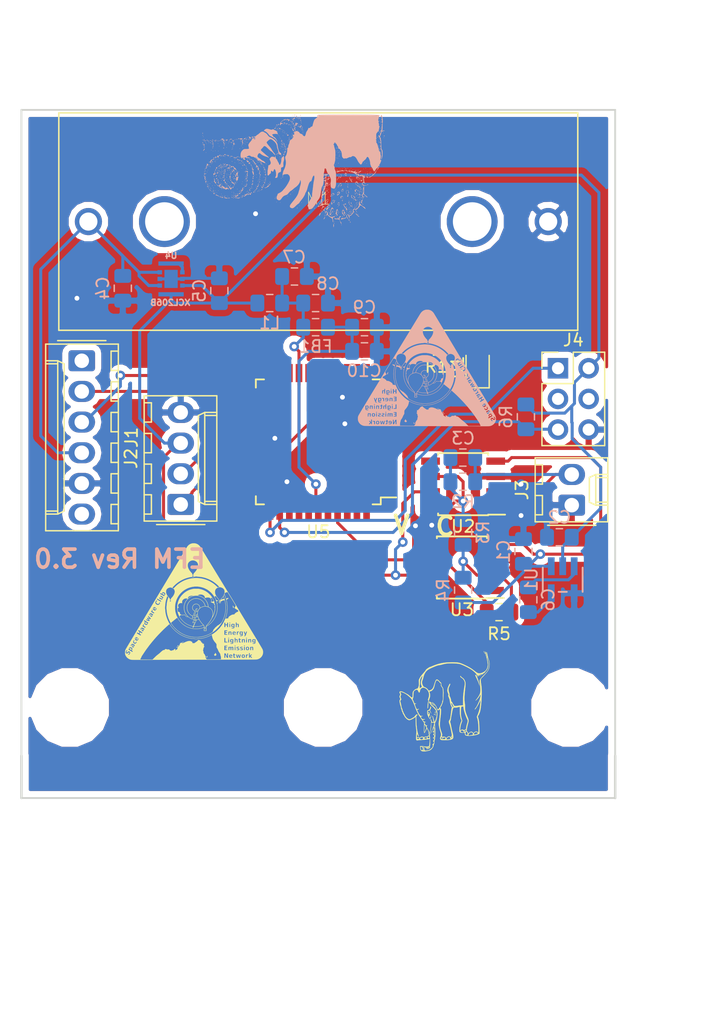
<source format=kicad_pcb>
(kicad_pcb (version 20171130) (host pcbnew 5.0.1)
  (layers (0 F.Cu signal) (31 B.Cu signal) (34 B.Paste user) (35 F.Paste user) (36 B.SilkS user) (37 F.SilkS user) (38 B.Mask user) (39 F.Mask user) (44 Edge.Cuts user))
  (net 0 "")
  (net 1 /-2.8V)
  (net 2 GND)
  (net 3 /+2.8V)
  (net 4 "Net-(C3-Pad1)")
  (net 5 /S1)
  (net 6 /BATT)
  (net 7 "Net-(C6-Pad1)")
  (net 8 "Net-(C6-Pad2)")
  (net 9 "Net-(C7-Pad1)")
  (net 10 "Net-(C10-Pad2)")
  (net 11 "Net-(D1-Pad2)")
  (net 12 "Net-(J1-Pad1)")
  (net 13 /TXD)
  (net 14 /RXD)
  (net 15 "Net-(J1-Pad6)")
  (net 16 /SCLE)
  (net 17 /SDAD)
  (net 18 /PDI-DATA)
  (net 19 "Net-(J4-Pad3)")
  (net 20 "Net-(J4-Pad4)")
  (net 21 /PDI-CLK)
  (net 22 /LED)
  (net 23 "Net-(R3-Pad1)")
  (net 24 /VOUT)
  (net 25 "Net-(U2-Pad1)")
  (net 26 "Net-(U2-Pad5)")
  (net 27 "Net-(U2-Pad8)")
  (net 28 "Net-(U3-Pad8)")
  (net 29 "Net-(U3-Pad5)")
  (net 30 "Net-(U3-Pad1)")
  (net 31 "Net-(U4-Pad1)")
  (net 32 "Net-(U5-Pad1)")
  (net 33 "Net-(U5-Pad2)")
  (net 34 "Net-(U5-Pad3)")
  (net 35 "Net-(U5-Pad4)")
  (net 36 "Net-(U5-Pad5)")
  (net 37 "Net-(U5-Pad6)")
  (net 38 "Net-(U5-Pad7)")
  (net 39 "Net-(U5-Pad11)")
  (net 40 "Net-(U5-Pad12)")
  (net 41 "Net-(U5-Pad13)")
  (net 42 "Net-(U5-Pad14)")
  (net 43 "Net-(U5-Pad15)")
  (net 44 "Net-(U5-Pad16)")
  (net 45 "Net-(U5-Pad17)")
  (net 46 "Net-(U5-Pad20)")
  (net 47 "Net-(U5-Pad21)")
  (net 48 "Net-(U5-Pad24)")
  (net 49 "Net-(U5-Pad25)")
  (net 50 "Net-(U5-Pad26)")
  (net 51 "Net-(U5-Pad27)")
  (net 52 "Net-(U5-Pad32)")
  (net 53 "Net-(U5-Pad33)")
  (net 54 "Net-(U5-Pad36)")
  (net 55 "Net-(U5-Pad37)")
  (net 56 "Net-(U5-Pad40)")
  (net 57 "Net-(U5-Pad42)")
  (net 58 "Net-(U5-Pad43)")
  (net 59 "Net-(U5-Pad44)")
  (module MountingHole:MountingHole_5.5mm (layer F.Cu) (at 240.5 82.5)
    (fp_text reference REF** hide)
    (fp_text value MountingHole_5.5mm)
    (pad "" np_thru_hole circle (at 0 0) (size 5.5 5.5) (drill 5.5) (layers *.Cu *.Mask))
  )
  (module MountingHole:MountingHole_5.5mm (layer F.Cu) (at 220 82.5)
    (fp_text reference REF** hide)
    (fp_text value MountingHole_5.5mm)
    (pad 1 np_thru_hole circle (at 0 0) (size 5.5 5.5) (drill 5.5) (layers *.Cu *.Mask))
  )
  (module MountingHole:MountingHole_5.5mm (layer F.Cu) (at 199 82.5)
    (fp_text reference REF** hide)
    (fp_text value MountingHole_5.5mm)
    (pad 1 np_thru_hole circle (at 0 0) (size 5.5 5.5) (drill 5.5) (layers *.Cu *.Mask))
  )
  (module Capacitor_SMD:C_0805_2012Metric_Pad1.15x1.40mm_HandSolder (layer B.Cu) (at 236.6 69.575 270)
    (fp_text reference C1 (at 0 1.65 270) (layer B.SilkS) (effects (justify mirror)))
    (fp_text value 1u)
    (pad 2 smd roundrect (at 1.025 0 270) (size 1.15 1.4) (layers B.Cu B.Paste B.Mask) (roundrect_rratio 0.217391) (net 1 /-2.8V))
    (pad 1 smd roundrect (at -1.025 0 270) (size 1.15 1.4) (layers B.Cu B.Paste B.Mask) (roundrect_rratio 0.217391) (net 2 GND))
  )
  (module Capacitor_SMD:C_0805_2012Metric_Pad1.15x1.40mm_HandSolder (layer B.Cu) (at 239.575 68.4 180)
    (fp_text reference C2 (at 0 1.65 180) (layer B.SilkS) (effects (justify mirror)))
    (fp_text value 1u)
    (pad 1 smd roundrect (at -1.025 0 180) (size 1.15 1.4) (layers B.Cu B.Paste B.Mask) (roundrect_rratio 0.217391) (net 3 /+2.8V))
    (pad 2 smd roundrect (at 1.025 0 180) (size 1.15 1.4) (layers B.Cu B.Paste B.Mask) (roundrect_rratio 0.217391) (net 2 GND))
  )
  (module Capacitor_SMD:C_0805_2012Metric_Pad1.15x1.40mm_HandSolder (layer B.Cu) (at 231.575 61.8)
    (fp_text reference C3 (at 0.025 -1.6) (layer B.SilkS) (effects (justify mirror)))
    (fp_text value 1u)
    (pad 1 smd roundrect (at -1.025 0) (size 1.15 1.4) (layers B.Cu B.Paste B.Mask) (roundrect_rratio 0.217391) (net 4 "Net-(C3-Pad1)"))
    (pad 2 smd roundrect (at 1.025 0) (size 1.15 1.4) (layers B.Cu B.Paste B.Mask) (roundrect_rratio 0.217391) (net 5 /S1))
  )
  (module Capacitor_SMD:C_0805_2012Metric_Pad1.15x1.40mm_HandSolder (layer B.Cu) (at 203.4 47.775 270)
    (fp_text reference C4 (at 0 1.65 270) (layer B.SilkS) (effects (justify mirror)))
    (fp_text value 4.7u)
    (pad 1 smd roundrect (at -1.025 0 270) (size 1.15 1.4) (layers B.Cu B.Paste B.Mask) (roundrect_rratio 0.217391) (net 6 /BATT))
    (pad 2 smd roundrect (at 1.025 0 270) (size 1.15 1.4) (layers B.Cu B.Paste B.Mask) (roundrect_rratio 0.217391) (net 2 GND))
  )
  (module Capacitor_SMD:C_0805_2012Metric_Pad1.15x1.40mm_HandSolder (layer B.Cu) (at 211.4 47.975 270)
    (fp_text reference C5 (at 0 1.65 270) (layer B.SilkS) (effects (justify mirror)))
    (fp_text value 10u)
    (pad 2 smd roundrect (at 1.025 0 270) (size 1.15 1.4) (layers B.Cu B.Paste B.Mask) (roundrect_rratio 0.217391) (net 3 /+2.8V))
    (pad 1 smd roundrect (at -1.025 0 270) (size 1.15 1.4) (layers B.Cu B.Paste B.Mask) (roundrect_rratio 0.217391) (net 2 GND))
  )
  (module Capacitor_SMD:C_0805_2012Metric_Pad1.15x1.40mm_HandSolder (layer B.Cu) (at 237 73.575 90)
    (fp_text reference C6 (at 0 1.65 90) (layer B.SilkS) (effects (justify mirror)))
    (fp_text value 1u)
    (pad 1 smd roundrect (at -1.025 0 90) (size 1.15 1.4) (layers B.Cu B.Paste B.Mask) (roundrect_rratio 0.217391) (net 7 "Net-(C6-Pad1)"))
    (pad 2 smd roundrect (at 1.025 0 90) (size 1.15 1.4) (layers B.Cu B.Paste B.Mask) (roundrect_rratio 0.217391) (net 8 "Net-(C6-Pad2)"))
  )
  (module Capacitor_SMD:C_0805_2012Metric_Pad1.15x1.40mm_HandSolder (layer B.Cu) (at 217.625 46.8)
    (fp_text reference C7 (at -0.025 -1.6) (layer B.SilkS) (effects (justify mirror)))
    (fp_text value 10u)
    (pad 2 smd roundrect (at 1.025 0) (size 1.15 1.4) (layers B.Cu B.Paste B.Mask) (roundrect_rratio 0.217391) (net 2 GND))
    (pad 1 smd roundrect (at -1.025 0) (size 1.15 1.4) (layers B.Cu B.Paste B.Mask) (roundrect_rratio 0.217391) (net 9 "Net-(C7-Pad1)"))
  )
  (module Capacitor_SMD:C_0805_2012Metric_Pad1.15x1.40mm_HandSolder (layer B.Cu) (at 219.375 49)
    (fp_text reference C8 (at 1.025 -1.6) (layer B.SilkS) (effects (justify mirror)))
    (fp_text value 0.1u)
    (pad 2 smd roundrect (at 1.025 0) (size 1.15 1.4) (layers B.Cu B.Paste B.Mask) (roundrect_rratio 0.217391) (net 2 GND))
    (pad 1 smd roundrect (at -1.025 0) (size 1.15 1.4) (layers B.Cu B.Paste B.Mask) (roundrect_rratio 0.217391) (net 9 "Net-(C7-Pad1)"))
  )
  (module Capacitor_SMD:C_0805_2012Metric_Pad1.15x1.40mm_HandSolder (layer B.Cu) (at 223.425 51 180)
    (fp_text reference C9 (at 0 1.65 180) (layer B.SilkS) (effects (justify mirror)))
    (fp_text value 10u)
    (pad 1 smd roundrect (at -1.025 0 180) (size 1.15 1.4) (layers B.Cu B.Paste B.Mask) (roundrect_rratio 0.217391) (net 2 GND))
    (pad 2 smd roundrect (at 1.025 0 180) (size 1.15 1.4) (layers B.Cu B.Paste B.Mask) (roundrect_rratio 0.217391) (net 10 "Net-(C10-Pad2)"))
  )
  (module Capacitor_SMD:C_0805_2012Metric_Pad1.15x1.40mm_HandSolder (layer B.Cu) (at 223.425 53 180)
    (fp_text reference C10 (at 0.025 -1.6 180) (layer B.SilkS) (effects (justify mirror)))
    (fp_text value 0.1u)
    (pad 2 smd roundrect (at 1.025 0 180) (size 1.15 1.4) (layers B.Cu B.Paste B.Mask) (roundrect_rratio 0.217391) (net 10 "Net-(C10-Pad2)"))
    (pad 1 smd roundrect (at -1.025 0 180) (size 1.15 1.4) (layers B.Cu B.Paste B.Mask) (roundrect_rratio 0.217391) (net 2 GND))
  )
  (module LED_SMD:LED_0805_2012Metric (layer F.Cu) (at 232.8 54.3375 90)
    (fp_text reference D1 (at 0 -1.65 90) (layer F.SilkS))
    (fp_text value LED)
    (pad 1 smd roundrect (at -0.9375 0 90) (size 0.975 1.4) (layers F.Cu F.Paste F.Mask) (net 2 GND))
    (pad 2 smd roundrect (at 0.9375 0 90) (size 0.975 1.4) (layers F.Cu F.Paste F.Mask) (net 11 "Net-(D1-Pad2)"))
  )
  (module Inductor_SMD:L_0805_2012Metric_Pad1.15x1.40mm_HandSolder (layer B.Cu) (at 219.375 51 180)
    (fp_text reference FB1 (at 0 -1.6 180) (layer B.SilkS) (effects (justify mirror)))
    (fp_text value FB)
    (pad 1 smd roundrect (at -1.025 0 180) (size 1.15 1.4) (layers B.Cu B.Paste B.Mask) (roundrect_rratio 0.217391) (net 10 "Net-(C10-Pad2)"))
    (pad 2 smd roundrect (at 1.025 0 180) (size 1.15 1.4) (layers B.Cu B.Paste B.Mask) (roundrect_rratio 0.217391) (net 9 "Net-(C7-Pad1)"))
  )
  (module Connector_Molex:Molex_KK-254_AE-6410-06A_1x06_P2.54mm_Vertical (layer F.Cu) (at 200 53.78 270)
    (fp_text reference J1 (at 6.35 -4.12 270) (layer F.SilkS))
    (fp_text value Openlog)
    (pad 1 thru_hole roundrect (at 0 0 270) (size 1.74 2.2) (drill 1.2) (layers *.Cu *.Mask) (roundrect_rratio 0.143678) (net 12 "Net-(J1-Pad1)"))
    (pad 2 thru_hole oval (at 2.54 0 270) (size 1.74 2.2) (drill 1.2) (layers *.Cu *.Mask) (net 13 /TXD))
    (pad 3 thru_hole oval (at 5.08 0 270) (size 1.74 2.2) (drill 1.2) (layers *.Cu *.Mask) (net 14 /RXD))
    (pad 4 thru_hole oval (at 7.62 0 270) (size 1.74 2.2) (drill 1.2) (layers *.Cu *.Mask) (net 6 /BATT))
    (pad 5 thru_hole oval (at 10.16 0 270) (size 1.74 2.2) (drill 1.2) (layers *.Cu *.Mask) (net 2 GND))
    (pad 6 thru_hole oval (at 12.7 0 270) (size 1.74 2.2) (drill 1.2) (layers *.Cu *.Mask) (net 15 "Net-(J1-Pad6)"))
  )
  (module Connector_Molex:Molex_KK-254_AE-6410-04A_1x04_P2.54mm_Vertical (layer F.Cu) (at 208.2 65.68 90)
    (fp_text reference J2 (at 3.81 -4.12 90) (layer F.SilkS))
    (fp_text value IMU)
    (pad 1 thru_hole roundrect (at 0 0 90) (size 1.74 2.2) (drill 1.2) (layers *.Cu *.Mask) (roundrect_rratio 0.143678) (net 16 /SCLE))
    (pad 2 thru_hole oval (at 2.54 0 90) (size 1.74 2.2) (drill 1.2) (layers *.Cu *.Mask) (net 17 /SDAD))
    (pad 3 thru_hole oval (at 5.08 0 90) (size 1.74 2.2) (drill 1.2) (layers *.Cu *.Mask) (net 3 /+2.8V))
    (pad 4 thru_hole oval (at 7.62 0 90) (size 1.74 2.2) (drill 1.2) (layers *.Cu *.Mask) (net 2 GND))
  )
  (module Connector_Molex:Molex_KK-254_AE-6410-02A_1x02_P2.54mm_Vertical (layer F.Cu) (at 240.6 65.74 90)
    (fp_text reference J3 (at 1.27 -4.12 90) (layer F.SilkS))
    (fp_text value Spheres)
    (pad 1 thru_hole roundrect (at 0 0 90) (size 1.74 2.2) (drill 1.2) (layers *.Cu *.Mask) (roundrect_rratio 0.143678) (net 2 GND))
    (pad 2 thru_hole oval (at 2.54 0 90) (size 1.74 2.2) (drill 1.2) (layers *.Cu *.Mask) (net 5 /S1))
  )
  (module Inductor_SMD:L_0805_2012Metric_Pad1.15x1.40mm_HandSolder (layer B.Cu) (at 215.575 49)
    (fp_text reference L1 (at 0 1.65) (layer B.SilkS) (effects (justify mirror)))
    (fp_text value L_Small)
    (pad 2 smd roundrect (at 1.025 0) (size 1.15 1.4) (layers B.Cu B.Paste B.Mask) (roundrect_rratio 0.217391) (net 9 "Net-(C7-Pad1)"))
    (pad 1 smd roundrect (at -1.025 0) (size 1.15 1.4) (layers B.Cu B.Paste B.Mask) (roundrect_rratio 0.217391) (net 3 /+2.8V))
  )
  (module SHC_123_BATTERY_HOLDER:SHC_CR-123-A_HOLDER (layer F.Cu) (at 219.5992 42.25)
    (fp_text reference M1 (at 0 -1.905) (layer F.SilkS) (effects (font (thickness 0.05))))
    (fp_text value SHC_123_BATTERY_HOLDERCR-123-A hide)
    (pad + thru_hole circle (at -19.05 0) (size 2.25 2.25) (drill 1.5) (layers *.Cu *.Mask) (net 6 /BATT))
    (pad - thru_hole circle (at 19.05 0) (size 2.25 2.25) (drill 1.5) (layers *.Cu *.Mask) (net 2 GND))
    (pad P$4 thru_hole circle (at -12.7508 0) (size 4.216 4.216) (drill 3.2) (layers *.Cu *.Mask))
    (pad P$5 thru_hole circle (at 12.7508 0) (size 4.216 4.216) (drill 3.2) (layers *.Cu *.Mask))
  )
  (module Resistor_SMD:R_0805_2012Metric_Pad1.15x1.40mm_HandSolder (layer F.Cu) (at 229.4 52.6 180)
    (fp_text reference R1 (at 0 -1.65 180) (layer F.SilkS))
    (fp_text value 220)
    (pad 1 smd roundrect (at -1.025 0 180) (size 1.15 1.4) (layers F.Cu F.Paste F.Mask) (roundrect_rratio 0.217391) (net 11 "Net-(D1-Pad2)"))
    (pad 2 smd roundrect (at 1.025 0 180) (size 1.15 1.4) (layers F.Cu F.Paste F.Mask) (roundrect_rratio 0.217391) (net 22 /LED))
  )
  (module Resistor_SMD:R_0805_2012Metric_Pad1.15x1.40mm_HandSolder (layer B.Cu) (at 231.575 63.8)
    (fp_text reference R2 (at 0 1.65) (layer B.SilkS) (effects (justify mirror)))
    (fp_text value 1M)
    (pad 2 smd roundrect (at 1.025 0) (size 1.15 1.4) (layers B.Cu B.Paste B.Mask) (roundrect_rratio 0.217391) (net 5 /S1))
    (pad 1 smd roundrect (at -1.025 0) (size 1.15 1.4) (layers B.Cu B.Paste B.Mask) (roundrect_rratio 0.217391) (net 4 "Net-(C3-Pad1)"))
  )
  (module Resistor_SMD:R_0805_2012Metric_Pad1.15x1.40mm_HandSolder (layer B.Cu) (at 231.6 68 90)
    (fp_text reference R3 (at 0 1.65 90) (layer B.SilkS) (effects (justify mirror)))
    (fp_text value 1k)
    (pad 1 smd roundrect (at -1.025 0 90) (size 1.15 1.4) (layers B.Cu B.Paste B.Mask) (roundrect_rratio 0.217391) (net 23 "Net-(R3-Pad1)"))
    (pad 2 smd roundrect (at 1.025 0 90) (size 1.15 1.4) (layers B.Cu B.Paste B.Mask) (roundrect_rratio 0.217391) (net 4 "Net-(C3-Pad1)"))
  )
  (module Resistor_SMD:R_0805_2012Metric_Pad1.15x1.40mm_HandSolder (layer B.Cu) (at 231.6 72.775 270)
    (fp_text reference R4 (at 0 1.65 270) (layer B.SilkS) (effects (justify mirror)))
    (fp_text value 28k)
    (pad 2 smd roundrect (at 1.025 0 270) (size 1.15 1.4) (layers B.Cu B.Paste B.Mask) (roundrect_rratio 0.217391) (net 1 /-2.8V))
    (pad 1 smd roundrect (at -1.025 0 270) (size 1.15 1.4) (layers B.Cu B.Paste B.Mask) (roundrect_rratio 0.217391) (net 23 "Net-(R3-Pad1)"))
  )
  (module Resistor_SMD:R_0805_2012Metric_Pad1.15x1.40mm_HandSolder (layer F.Cu) (at 234.575 74.6)
    (fp_text reference R5 (at 0 1.8) (layer F.SilkS))
    (fp_text value 6k)
    (pad 1 smd roundrect (at -1.025 0) (size 1.15 1.4) (layers F.Cu F.Paste F.Mask) (roundrect_rratio 0.217391) (net 24 /VOUT))
    (pad 2 smd roundrect (at 1.025 0) (size 1.15 1.4) (layers F.Cu F.Paste F.Mask) (roundrect_rratio 0.217391) (net 23 "Net-(R3-Pad1)"))
  )
  (module Resistor_SMD:R_0805_2012Metric_Pad1.15x1.40mm_HandSolder (layer B.Cu) (at 236.8 58.425 270)
    (fp_text reference R6 (at 0 1.65 270) (layer B.SilkS) (effects (justify mirror)))
    (fp_text value 10k)
    (pad 2 smd roundrect (at 1.025 0 270) (size 1.15 1.4) (layers B.Cu B.Paste B.Mask) (roundrect_rratio 0.217391) (net 21 /PDI-CLK))
    (pad 1 smd roundrect (at -1.025 0 270) (size 1.15 1.4) (layers B.Cu B.Paste B.Mask) (roundrect_rratio 0.217391) (net 3 /+2.8V))
  )
  (module EFM_Libs:TPS60400DBVR (layer B.Cu) (at 239.849999 71.9176 270)
    (fp_text reference U1 (at 0 2.6 270) (layer B.SilkS) (effects (justify mirror)))
    (fp_text value TPS60400DBVR hide)
    (pad 1 smd rect (at -1.1176 0.950001 270) (size 1.4732 0.5588) (layers B.Cu B.Paste B.Mask) (net 1 /-2.8V))
    (pad 2 smd rect (at -1.1176 0 270) (size 1.4732 0.5588) (layers B.Cu B.Paste B.Mask) (net 3 /+2.8V))
    (pad 3 smd rect (at -1.1176 -0.950001 270) (size 1.4732 0.5588) (layers B.Cu B.Paste B.Mask) (net 8 "Net-(C6-Pad2)"))
    (pad 4 smd rect (at 1.1176 -0.950001 270) (size 1.4732 0.5588) (layers B.Cu B.Paste B.Mask) (net 2 GND))
    (pad 5 smd rect (at 1.1176 0.950001 270) (size 1.4732 0.5588) (layers B.Cu B.Paste B.Mask) (net 7 "Net-(C6-Pad1)"))
  )
  (module Package_SO:SOIC-8_3.9x4.9mm_P1.27mm (layer F.Cu) (at 231.6 64 180)
    (fp_text reference U2 (at 0 -3.5 180) (layer F.SilkS))
    (fp_text value LM741)
    (pad 1 smd rect (at -2.7 -1.905 180) (size 1.55 0.6) (layers F.Cu F.Paste F.Mask) (net 25 "Net-(U2-Pad1)"))
    (pad 2 smd rect (at -2.7 -0.635 180) (size 1.55 0.6) (layers F.Cu F.Paste F.Mask) (net 5 /S1))
    (pad 3 smd rect (at -2.7 0.635 180) (size 1.55 0.6) (layers F.Cu F.Paste F.Mask) (net 2 GND))
    (pad 4 smd rect (at -2.7 1.905 180) (size 1.55 0.6) (layers F.Cu F.Paste F.Mask) (net 1 /-2.8V))
    (pad 5 smd rect (at 2.7 1.905 180) (size 1.55 0.6) (layers F.Cu F.Paste F.Mask) (net 26 "Net-(U2-Pad5)"))
    (pad 6 smd rect (at 2.7 0.635 180) (size 1.55 0.6) (layers F.Cu F.Paste F.Mask) (net 4 "Net-(C3-Pad1)"))
    (pad 7 smd rect (at 2.7 -0.635 180) (size 1.55 0.6) (layers F.Cu F.Paste F.Mask) (net 3 /+2.8V))
    (pad 8 smd rect (at 2.7 -1.905 180) (size 1.55 0.6) (layers F.Cu F.Paste F.Mask) (net 27 "Net-(U2-Pad8)"))
  )
  (module Package_SO:SOIC-8_3.9x4.9mm_P1.27mm (layer F.Cu) (at 231.5 70.905 180)
    (fp_text reference U3 (at 0 -3.5 180) (layer F.SilkS))
    (fp_text value LM741)
    (pad 8 smd rect (at 2.7 -1.905 180) (size 1.55 0.6) (layers F.Cu F.Paste F.Mask) (net 28 "Net-(U3-Pad8)"))
    (pad 7 smd rect (at 2.7 -0.635 180) (size 1.55 0.6) (layers F.Cu F.Paste F.Mask) (net 3 /+2.8V))
    (pad 6 smd rect (at 2.7 0.635 180) (size 1.55 0.6) (layers F.Cu F.Paste F.Mask) (net 24 /VOUT))
    (pad 5 smd rect (at 2.7 1.905 180) (size 1.55 0.6) (layers F.Cu F.Paste F.Mask) (net 29 "Net-(U3-Pad5)"))
    (pad 4 smd rect (at -2.7 1.905 180) (size 1.55 0.6) (layers F.Cu F.Paste F.Mask) (net 1 /-2.8V))
    (pad 3 smd rect (at -2.7 0.635 180) (size 1.55 0.6) (layers F.Cu F.Paste F.Mask) (net 2 GND))
    (pad 2 smd rect (at -2.7 -0.635 180) (size 1.55 0.6) (layers F.Cu F.Paste F.Mask) (net 23 "Net-(R3-Pad1)"))
    (pad 1 smd rect (at -2.7 -1.905 180) (size 1.55 0.6) (layers F.Cu F.Paste F.Mask) (net 30 "Net-(U3-Pad1)"))
  )
  (module EFM_Libs:6-TDFN (layer B.Cu) (at 207.4 47 180)
    (fp_text reference U4 (at 0 1.9304 180) (layer B.SilkS) (effects (font (size 0.5 0.5) (thickness 0.125)) (justify mirror)))
    (fp_text value XCL206B (at 0.06 -1.96 180) (layer B.SilkS) (effects (font (size 0.5 0.5) (thickness 0.125)) (justify mirror)))
    (pad 2 smd rect (at 0 0 180) (size 1.1 1.5) (layers B.Cu B.Paste) (net 2 GND))
    (pad 4 smd rect (at 0.9375 -0.55 180) (size 0.375 0.35) (layers B.Cu B.Paste B.Mask) (net 6 /BATT))
    (pad 6 smd rect (at 0.9375 0.55 180) (size 0.375 0.35) (layers B.Cu B.Paste B.Mask) (net 6 /BATT))
    (pad 3 smd rect (at -0.9375 -0.55 180) (size 0.375 0.35) (layers B.Cu B.Paste B.Mask) (net 3 /+2.8V))
    (pad 1 smd rect (at -0.9375 0.55 180) (size 0.375 0.35) (layers B.Cu B.Paste B.Mask) (net 31 "Net-(U4-Pad1)"))
    (pad 2 smd rect (at -0.9375 0 180) (size 0.375 0.35) (layers B.Cu B.Paste B.Mask) (net 2 GND))
    (pad 5 smd rect (at 0.9375 0 180) (size 0.375 0.35) (layers B.Cu B.Paste B.Mask) (net 2 GND))
    (pad 7 smd rect (at 0 1.275 180) (size 2.1 0.35) (layers B.Cu B.Paste B.Mask) (net 31 "Net-(U4-Pad1)"))
    (pad 8 smd rect (at 0 -1.275 180) (size 2.1 0.35) (layers B.Cu B.Paste B.Mask) (net 3 /+2.8V))
  )
  (module Package_QFP:TQFP-44_10x10mm_P0.8mm (layer F.Cu) (at 219.6 60.5 180)
    (fp_text reference U5 (at 0 -7.45 180) (layer F.SilkS))
    (fp_text value ATxmega32A4U-AU)
    (pad 1 smd rect (at -5.7 -4 180) (size 1.5 0.55) (layers F.Cu F.Paste F.Mask) (net 32 "Net-(U5-Pad1)"))
    (pad 2 smd rect (at -5.7 -3.2 180) (size 1.5 0.55) (layers F.Cu F.Paste F.Mask) (net 33 "Net-(U5-Pad2)"))
    (pad 3 smd rect (at -5.7 -2.4 180) (size 1.5 0.55) (layers F.Cu F.Paste F.Mask) (net 34 "Net-(U5-Pad3)"))
    (pad 4 smd rect (at -5.7 -1.6 180) (size 1.5 0.55) (layers F.Cu F.Paste F.Mask) (net 35 "Net-(U5-Pad4)"))
    (pad 5 smd rect (at -5.7 -0.8 180) (size 1.5 0.55) (layers F.Cu F.Paste F.Mask) (net 36 "Net-(U5-Pad5)"))
    (pad 6 smd rect (at -5.7 0 180) (size 1.5 0.55) (layers F.Cu F.Paste F.Mask) (net 37 "Net-(U5-Pad6)"))
    (pad 7 smd rect (at -5.7 0.8 180) (size 1.5 0.55) (layers F.Cu F.Paste F.Mask) (net 38 "Net-(U5-Pad7)"))
    (pad 8 smd rect (at -5.7 1.6 180) (size 1.5 0.55) (layers F.Cu F.Paste F.Mask) (net 2 GND))
    (pad 9 smd rect (at -5.7 2.4 180) (size 1.5 0.55) (layers F.Cu F.Paste F.Mask) (net 9 "Net-(C7-Pad1)"))
    (pad 10 smd rect (at -5.7 3.2 180) (size 1.5 0.55) (layers F.Cu F.Paste F.Mask) (net 22 /LED))
    (pad 11 smd rect (at -5.7 4 180) (size 1.5 0.55) (layers F.Cu F.Paste F.Mask) (net 39 "Net-(U5-Pad11)"))
    (pad 12 smd rect (at -4 5.7 270) (size 1.5 0.55) (layers F.Cu F.Paste F.Mask) (net 40 "Net-(U5-Pad12)"))
    (pad 13 smd rect (at -3.2 5.7 270) (size 1.5 0.55) (layers F.Cu F.Paste F.Mask) (net 41 "Net-(U5-Pad13)"))
    (pad 14 smd rect (at -2.4 5.7 270) (size 1.5 0.55) (layers F.Cu F.Paste F.Mask) (net 42 "Net-(U5-Pad14)"))
    (pad 15 smd rect (at -1.6 5.7 270) (size 1.5 0.55) (layers F.Cu F.Paste F.Mask) (net 43 "Net-(U5-Pad15)"))
    (pad 16 smd rect (at -0.8 5.7 270) (size 1.5 0.55) (layers F.Cu F.Paste F.Mask) (net 44 "Net-(U5-Pad16)"))
    (pad 17 smd rect (at 0 5.7 270) (size 1.5 0.55) (layers F.Cu F.Paste F.Mask) (net 45 "Net-(U5-Pad17)"))
    (pad 18 smd rect (at 0.8 5.7 270) (size 1.5 0.55) (layers F.Cu F.Paste F.Mask) (net 2 GND))
    (pad 19 smd rect (at 1.6 5.7 270) (size 1.5 0.55) (layers F.Cu F.Paste F.Mask) (net 9 "Net-(C7-Pad1)"))
    (pad 20 smd rect (at 2.4 5.7 270) (size 1.5 0.55) (layers F.Cu F.Paste F.Mask) (net 46 "Net-(U5-Pad20)"))
    (pad 21 smd rect (at 3.2 5.7 270) (size 1.5 0.55) (layers F.Cu F.Paste F.Mask) (net 47 "Net-(U5-Pad21)"))
    (pad 22 smd rect (at 4 5.7 270) (size 1.5 0.55) (layers F.Cu F.Paste F.Mask) (net 14 /RXD))
    (pad 23 smd rect (at 5.7 4 180) (size 1.5 0.55) (layers F.Cu F.Paste F.Mask) (net 13 /TXD))
    (pad 24 smd rect (at 5.7 3.2 180) (size 1.5 0.55) (layers F.Cu F.Paste F.Mask) (net 48 "Net-(U5-Pad24)"))
    (pad 25 smd rect (at 5.7 2.4 180) (size 1.5 0.55) (layers F.Cu F.Paste F.Mask) (net 49 "Net-(U5-Pad25)"))
    (pad 26 smd rect (at 5.7 1.6 180) (size 1.5 0.55) (layers F.Cu F.Paste F.Mask) (net 50 "Net-(U5-Pad26)"))
    (pad 27 smd rect (at 5.7 0.8 180) (size 1.5 0.55) (layers F.Cu F.Paste F.Mask) (net 51 "Net-(U5-Pad27)"))
    (pad 28 smd rect (at 5.7 0 180) (size 1.5 0.55) (layers F.Cu F.Paste F.Mask) (net 17 /SDAD))
    (pad 29 smd rect (at 5.7 -0.8 180) (size 1.5 0.55) (layers F.Cu F.Paste F.Mask) (net 16 /SCLE))
    (pad 30 smd rect (at 5.7 -1.6 180) (size 1.5 0.55) (layers F.Cu F.Paste F.Mask) (net 2 GND))
    (pad 31 smd rect (at 5.7 -2.4 180) (size 1.5 0.55) (layers F.Cu F.Paste F.Mask) (net 9 "Net-(C7-Pad1)"))
    (pad 32 smd rect (at 5.7 -3.2 180) (size 1.5 0.55) (layers F.Cu F.Paste F.Mask) (net 52 "Net-(U5-Pad32)"))
    (pad 33 smd rect (at 5.7 -4 180) (size 1.5 0.55) (layers F.Cu F.Paste F.Mask) (net 53 "Net-(U5-Pad33)"))
    (pad 34 smd rect (at 4 -5.7 270) (size 1.5 0.55) (layers F.Cu F.Paste F.Mask) (net 18 /PDI-DATA))
    (pad 35 smd rect (at 3.2 -5.7 270) (size 1.5 0.55) (layers F.Cu F.Paste F.Mask) (net 21 /PDI-CLK))
    (pad 36 smd rect (at 2.4 -5.7 270) (size 1.5 0.55) (layers F.Cu F.Paste F.Mask) (net 54 "Net-(U5-Pad36)"))
    (pad 37 smd rect (at 1.6 -5.7 270) (size 1.5 0.55) (layers F.Cu F.Paste F.Mask) (net 55 "Net-(U5-Pad37)"))
    (pad 38 smd rect (at 0.8 -5.7 270) (size 1.5 0.55) (layers F.Cu F.Paste F.Mask) (net 2 GND))
    (pad 39 smd rect (at 0 -5.7 270) (size 1.5 0.55) (layers F.Cu F.Paste F.Mask) (net 10 "Net-(C10-Pad2)"))
    (pad 40 smd rect (at -0.8 -5.7 270) (size 1.5 0.55) (layers F.Cu F.Paste F.Mask) (net 56 "Net-(U5-Pad40)"))
    (pad 41 smd rect (at -1.6 -5.7 270) (size 1.5 0.55) (layers F.Cu F.Paste F.Mask) (net 24 /VOUT))
    (pad 42 smd rect (at -2.4 -5.7 270) (size 1.5 0.55) (layers F.Cu F.Paste F.Mask) (net 57 "Net-(U5-Pad42)"))
    (pad 43 smd rect (at -3.2 -5.7 270) (size 1.5 0.55) (layers F.Cu F.Paste F.Mask) (net 58 "Net-(U5-Pad43)"))
    (pad 44 smd rect (at -4 -5.7 270) (size 1.5 0.55) (layers F.Cu F.Paste F.Mask) (net 59 "Net-(U5-Pad44)"))
  )
  (module Connector_PinHeader_2.54mm:PinHeader_2x03_P2.54mm_Vertical (layer F.Cu) (at 239.46 54.4)
    (fp_text reference J4 (at 1.27 -2.33) (layer F.SilkS))
    (fp_text value AVR-PDI-6)
    (pad 1 thru_hole rect (at 0 0) (size 1.7 1.7) (drill 1) (layers *.Cu *.Mask) (net 18 /PDI-DATA))
    (pad 2 thru_hole oval (at 2.54 0) (size 1.7 1.7) (drill 1) (layers *.Cu *.Mask) (net 3 /+2.8V))
    (pad 3 thru_hole oval (at 0 2.54) (size 1.7 1.7) (drill 1) (layers *.Cu *.Mask) (net 19 "Net-(J4-Pad3)"))
    (pad 4 thru_hole oval (at 2.54 2.54) (size 1.7 1.7) (drill 1) (layers *.Cu *.Mask) (net 20 "Net-(J4-Pad4)"))
    (pad 5 thru_hole oval (at 0 5.08) (size 1.7 1.7) (drill 1) (layers *.Cu *.Mask) (net 21 /PDI-CLK))
    (pad 6 thru_hole oval (at 2.54 5.08) (size 1.7 1.7) (drill 1) (layers *.Cu *.Mask) (net 2 GND))
  )
  (module EFM_Libs:HELENlogo (layer F.Cu) (at 209.3 73.5)
    (fp_text reference G*** hide)
    (fp_text value LOGO hide)
  )
  (module EFM_Libs:Glow (layer F.Cu) (at 229.8 81.65)
    (fp_text reference G*** hide)
    (fp_text value LOGO hide)
  )
  (module EFM_Libs:mutilator (layer B.Cu) (at 217.55 38.1)
    (fp_text reference G*** hide)
    (fp_text value LOGO hide)
  )
  (module EFM_Libs:HELENlogo (layer B.Cu) (at 228.6 54.15 180)
    (fp_text reference G*** hide)
    (fp_text value LOGO hide)
  )
  (gr_text V (at 226.5 67.4) (layer F.SilkS) (effects (font (size 1.5 1.5) (thickness 0.3)) (justify mirror)))
  (gr_text C (at 230.1 67.35 180) (layer F.SilkS) (effects (font (size 1.5 1.5) (thickness 0.3)) (justify mirror)))
  (gr_text "EFM Rev 3.0" (at 203.15 70.2) (layer B.SilkS) (effects (font (size 1.5 1.5) (thickness 0.3)) (justify mirror)))
  (gr_line (start 244.2 86.5) (end 244.2 90) (layer Edge.Cuts) (width 0.2))
  (gr_line (start 195 86.5) (end 195 90) (layer Edge.Cuts) (width 0.2))
  (gr_line (start 195 86.5) (end 195 33) (layer Edge.Cuts) (width 0.15))
  (gr_line (start 244.2 90) (end 195 90) (layer Edge.Cuts) (width 0.15))
  (gr_line (start 244.2 33) (end 244.2 86.5) (layer Edge.Cuts) (width 0.15))
  (gr_line (start 195 33) (end 244.2 33) (layer Edge.Cuts) (width 0.15))
  (segment (start 236.8 70.8) (end 236.6 70.6) (width 0.25) (layer B.Cu) (net 1))
  (segment (start 238.899998 70.8) (end 236.8 70.8) (width 0.25) (layer B.Cu) (net 1))
  (via (at 238 69.8) (size 0.8) (drill 0.4) (layers F.Cu B.Cu) (net 1))
  (segment (start 236.6 70.6) (end 237.2 70.6) (width 0.25) (layer B.Cu) (net 1))
  (segment (start 237.2 70.6) (end 238 69.8) (width 0.25) (layer B.Cu) (net 1))
  (segment (start 238 69.8) (end 242.8 69.8) (width 0.25) (layer F.Cu) (net 1))
  (segment (start 242.8 69.8) (end 243 69.6) (width 0.25) (layer F.Cu) (net 1))
  (segment (start 243 69.6) (end 243 62.6) (width 0.25) (layer F.Cu) (net 1))
  (segment (start 235.325 62.095) (end 234.3 62.095) (width 0.25) (layer F.Cu) (net 1))
  (segment (start 236.634315 69) (end 235.225 69) (width 0.25) (layer F.Cu) (net 1))
  (segment (start 237.434315 69.8) (end 236.634315 69) (width 0.25) (layer F.Cu) (net 1))
  (segment (start 235.225 69) (end 234.2 69) (width 0.25) (layer F.Cu) (net 1))
  (segment (start 238 69.8) (end 237.434315 69.8) (width 0.25) (layer F.Cu) (net 1))
  (segment (start 234.075 73.8) (end 232.4 73.8) (width 0.25) (layer B.Cu) (net 1))
  (segment (start 232.4 73.8) (end 231.6 73.8) (width 0.25) (layer B.Cu) (net 1))
  (segment (start 236.6 71.275) (end 234.075 73.8) (width 0.25) (layer B.Cu) (net 1))
  (segment (start 236.6 70.6) (end 236.6 71.275) (width 0.25) (layer B.Cu) (net 1))
  (segment (start 235.62 61.8) (end 242.2 61.8) (width 0.25) (layer F.Cu) (net 1))
  (segment (start 242.2 61.8) (end 243 62.6) (width 0.25) (layer F.Cu) (net 1))
  (segment (start 235.325 62.095) (end 235.62 61.8) (width 0.25) (layer F.Cu) (net 1))
  (segment (start 206.4625 47) (end 207.4 47) (width 0.25) (layer B.Cu) (net 2))
  (segment (start 207.4 47) (end 208.3375 47) (width 0.25) (layer B.Cu) (net 2))
  (via (at 236.4 64) (size 0.8) (drill 0.4) (layers F.Cu B.Cu) (net 2))
  (segment (start 234.3 63.365) (end 235.765 63.365) (width 0.25) (layer F.Cu) (net 2))
  (segment (start 235.765 63.365) (end 236.4 64) (width 0.25) (layer F.Cu) (net 2))
  (via (at 199.6 48.6) (size 0.8) (drill 0.4) (layers F.Cu B.Cu) (net 2))
  (via (at 214.4 41.6) (size 0.8) (drill 0.4) (layers F.Cu B.Cu) (net 2))
  (via (at 236.4 66.6) (size 0.8) (drill 0.4) (layers F.Cu B.Cu) (net 2))
  (segment (start 219.8 56.8) (end 221.6 56.8) (width 0.25) (layer F.Cu) (net 2))
  (via (at 221.6 56.8) (size 0.8) (drill 0.4) (layers F.Cu B.Cu) (net 2))
  (segment (start 218.8 54.8) (end 218.8 55.8) (width 0.25) (layer F.Cu) (net 2))
  (segment (start 218.8 55.8) (end 219.8 56.8) (width 0.25) (layer F.Cu) (net 2))
  (via (at 221.8 59) (size 0.8) (drill 0.4) (layers F.Cu B.Cu) (net 2))
  (segment (start 221.6 56.8) (end 221.6 58.8) (width 0.25) (layer B.Cu) (net 2))
  (segment (start 221.6 58.8) (end 221.8 59) (width 0.25) (layer B.Cu) (net 2))
  (segment (start 225.2 59) (end 225.3 58.9) (width 0.25) (layer F.Cu) (net 2))
  (segment (start 221.8 59) (end 225.2 59) (width 0.25) (layer F.Cu) (net 2))
  (segment (start 217.4 63.8) (end 217 63.8) (width 0.25) (layer F.Cu) (net 2))
  (via (at 217 63.8) (size 0.8) (drill 0.4) (layers F.Cu B.Cu) (net 2))
  (segment (start 218.8 66.2) (end 218.8 65.2) (width 0.25) (layer F.Cu) (net 2))
  (segment (start 218.8 65.2) (end 217.4 63.8) (width 0.25) (layer F.Cu) (net 2))
  (via (at 216 60.2) (size 0.8) (drill 0.4) (layers F.Cu B.Cu) (net 2))
  (segment (start 217 63.8) (end 217 61.2) (width 0.25) (layer B.Cu) (net 2))
  (segment (start 217 61.2) (end 216 60.2) (width 0.25) (layer B.Cu) (net 2))
  (segment (start 214.9 62.1) (end 213.9 62.1) (width 0.25) (layer F.Cu) (net 2))
  (segment (start 216 61) (end 214.9 62.1) (width 0.25) (layer F.Cu) (net 2))
  (segment (start 216 60.2) (end 216 61) (width 0.25) (layer F.Cu) (net 2))
  (segment (start 208.3875 46.95) (end 208.3375 47) (width 0.25) (layer B.Cu) (net 2))
  (segment (start 211.4 46.95) (end 208.3875 46.95) (width 0.25) (layer B.Cu) (net 2))
  (segment (start 209.95 47.55) (end 211.4 49) (width 0.25) (layer B.Cu) (net 3))
  (segment (start 208.3375 47.55) (end 209.95 47.55) (width 0.25) (layer B.Cu) (net 3))
  (segment (start 207.7 49) (end 207.4 48.7) (width 0.25) (layer B.Cu) (net 3))
  (segment (start 211.4 49) (end 207.7 49) (width 0.25) (layer B.Cu) (net 3))
  (segment (start 211.4 49) (end 212.449999 47.950001) (width 0.25) (layer B.Cu) (net 3))
  (segment (start 206.85 60.6) (end 204.8 58.55) (width 0.25) (layer B.Cu) (net 3))
  (segment (start 208.2 60.6) (end 206.85 60.6) (width 0.25) (layer B.Cu) (net 3))
  (segment (start 204.8 51.3) (end 204.8 58.55) (width 0.25) (layer B.Cu) (net 3))
  (segment (start 207.4 48.7) (end 204.8 51.3) (width 0.25) (layer B.Cu) (net 3))
  (segment (start 207.4 48.275) (end 207.4 48.7) (width 0.25) (layer B.Cu) (net 3))
  (segment (start 242.849999 53.550001) (end 242.849999 39.849999) (width 0.25) (layer B.Cu) (net 3))
  (segment (start 242 54.4) (end 242.849999 53.550001) (width 0.25) (layer B.Cu) (net 3))
  (segment (start 242.849999 39.849999) (end 241.4 38.4) (width 0.25) (layer B.Cu) (net 3))
  (segment (start 241.4 38.4) (end 220 38.4) (width 0.25) (layer B.Cu) (net 3))
  (segment (start 237.423372 58.023372) (end 236.8 57.4) (width 0.25) (layer B.Cu) (net 3))
  (segment (start 237.515001 58.115001) (end 237.423372 58.023372) (width 0.25) (layer B.Cu) (net 3))
  (segment (start 240.024001 58.115001) (end 237.515001 58.115001) (width 0.25) (layer B.Cu) (net 3))
  (segment (start 240.824999 55.575001) (end 240.824999 57.314003) (width 0.25) (layer B.Cu) (net 3))
  (segment (start 242 54.4) (end 240.824999 55.575001) (width 0.25) (layer B.Cu) (net 3))
  (segment (start 220 40.4) (end 212.449999 47.950001) (width 0.25) (layer B.Cu) (net 3))
  (segment (start 220 38.4) (end 220 40.4) (width 0.25) (layer B.Cu) (net 3))
  (segment (start 240.6 57.539002) (end 240.024001 58.115001) (width 0.25) (layer B.Cu) (net 3))
  (segment (start 240.6 57.539002) (end 240.6 58.880998) (width 0.25) (layer B.Cu) (net 3))
  (segment (start 240.824999 57.314003) (end 240.6 57.539002) (width 0.25) (layer B.Cu) (net 3))
  (segment (start 240.635001 60.235001) (end 243 62.6) (width 0.25) (layer B.Cu) (net 3))
  (segment (start 240.635001 58.915999) (end 240.635001 60.235001) (width 0.25) (layer B.Cu) (net 3))
  (segment (start 240.6 58.880998) (end 240.635001 58.915999) (width 0.25) (layer B.Cu) (net 3))
  (segment (start 243 66) (end 240.6 68.4) (width 0.25) (layer B.Cu) (net 3))
  (segment (start 243 62.6) (end 243 66) (width 0.25) (layer B.Cu) (net 3))
  (segment (start 239.849999 69.150001) (end 240.6 68.4) (width 0.25) (layer B.Cu) (net 3))
  (segment (start 239.849999 70.8) (end 239.849999 69.150001) (width 0.25) (layer B.Cu) (net 3))
  (segment (start 211.4 49) (end 214.55 49) (width 0.25) (layer B.Cu) (net 3))
  (segment (start 206.77499 61.79501) (end 206.77499 68.77499) (width 0.25) (layer F.Cu) (net 3))
  (segment (start 208.2 60.6) (end 207.97 60.6) (width 0.25) (layer F.Cu) (net 3))
  (segment (start 207.97 60.6) (end 206.77499 61.79501) (width 0.25) (layer F.Cu) (net 3))
  (segment (start 209.54 71.54) (end 226 71.54) (width 0.25) (layer F.Cu) (net 3))
  (segment (start 206.77499 68.77499) (end 209.54 71.54) (width 0.25) (layer F.Cu) (net 3))
  (segment (start 226 71.54) (end 228.8 71.54) (width 0.25) (layer F.Cu) (net 3))
  (via (at 226 71.54) (size 0.8) (drill 0.4) (layers F.Cu B.Cu) (net 3))
  (via (at 226.6 68.8) (size 0.8) (drill 0.4) (layers F.Cu B.Cu) (net 3))
  (segment (start 226 71.54) (end 226 69.4) (width 0.25) (layer B.Cu) (net 3))
  (segment (start 226 69.4) (end 226.6 68.8) (width 0.25) (layer B.Cu) (net 3))
  (segment (start 226.6 68.8) (end 226.6 65.6) (width 0.25) (layer F.Cu) (net 3))
  (segment (start 227.565 64.635) (end 228.9 64.635) (width 0.25) (layer F.Cu) (net 3))
  (segment (start 226.6 65.6) (end 227.565 64.635) (width 0.25) (layer F.Cu) (net 3))
  (segment (start 230.55 61.8) (end 230.55 63.8) (width 0.25) (layer B.Cu) (net 4))
  (via (at 231.6 65.4) (size 0.8) (drill 0.4) (layers F.Cu B.Cu) (net 4))
  (segment (start 230.55 63.8) (end 230.55 64.35) (width 0.25) (layer B.Cu) (net 4))
  (segment (start 230.55 64.35) (end 231.6 65.4) (width 0.25) (layer B.Cu) (net 4))
  (segment (start 231.6 65.4) (end 231.6 63.8) (width 0.25) (layer F.Cu) (net 4))
  (segment (start 231.165 63.365) (end 228.9 63.365) (width 0.25) (layer F.Cu) (net 4))
  (segment (start 231.6 63.8) (end 231.165 63.365) (width 0.25) (layer F.Cu) (net 4))
  (segment (start 231.6 65.4) (end 231.6 66.975) (width 0.25) (layer B.Cu) (net 4))
  (via (at 229 67.4) (size 0.8) (drill 0.4) (layers F.Cu B.Cu) (net 4))
  (segment (start 231.6 65.4) (end 231 65.4) (width 0.25) (layer F.Cu) (net 4))
  (segment (start 231 65.4) (end 229 67.4) (width 0.25) (layer F.Cu) (net 4))
  (segment (start 233.2 63.2) (end 232.6 63.8) (width 0.25) (layer B.Cu) (net 5))
  (segment (start 240.6 63.2) (end 233.2 63.2) (width 0.25) (layer B.Cu) (net 5))
  (segment (start 232.6 63.8) (end 232.6 61.8) (width 0.25) (layer B.Cu) (net 5))
  (segment (start 239.25 63.2) (end 237.45 65) (width 0.25) (layer F.Cu) (net 5))
  (segment (start 240.6 63.2) (end 239.25 63.2) (width 0.25) (layer F.Cu) (net 5))
  (segment (start 235.325 64.635) (end 234.3 64.635) (width 0.25) (layer F.Cu) (net 5))
  (segment (start 235.69 65) (end 235.325 64.635) (width 0.25) (layer F.Cu) (net 5))
  (segment (start 237.45 65) (end 235.69 65) (width 0.25) (layer F.Cu) (net 5))
  (segment (start 204.7492 46.45) (end 206.4625 46.45) (width 0.25) (layer B.Cu) (net 6))
  (segment (start 204.7492 46.45) (end 204.7492 46.7492) (width 0.25) (layer B.Cu) (net 6))
  (segment (start 205.55 47.55) (end 206.4625 47.55) (width 0.25) (layer B.Cu) (net 6))
  (segment (start 204.7492 46.7492) (end 205.55 47.55) (width 0.25) (layer B.Cu) (net 6))
  (segment (start 203.4 45.1008) (end 203.2992 45) (width 0.25) (layer B.Cu) (net 6))
  (segment (start 203.4 46.75) (end 203.4 45.1008) (width 0.25) (layer B.Cu) (net 6))
  (segment (start 200.5492 42.25) (end 203.2992 45) (width 0.25) (layer B.Cu) (net 6))
  (segment (start 203.2992 45) (end 204.7492 46.45) (width 0.25) (layer B.Cu) (net 6))
  (segment (start 199.424201 43.374999) (end 199.424201 43.375799) (width 0.25) (layer B.Cu) (net 6))
  (segment (start 200.5492 42.25) (end 199.424201 43.374999) (width 0.25) (layer B.Cu) (net 6))
  (segment (start 199.424201 43.375799) (end 196.6 46.2) (width 0.25) (layer B.Cu) (net 6))
  (segment (start 196.6 46.2) (end 196.6 60) (width 0.25) (layer B.Cu) (net 6))
  (segment (start 198 61.4) (end 200 61.4) (width 0.25) (layer B.Cu) (net 6))
  (segment (start 196.6 60) (end 198 61.4) (width 0.25) (layer B.Cu) (net 6))
  (segment (start 237.792398 74.6) (end 237 74.6) (width 0.25) (layer B.Cu) (net 7))
  (segment (start 238.899998 73.4924) (end 237.792398 74.6) (width 0.25) (layer B.Cu) (net 7))
  (segment (start 238.899998 73.0352) (end 238.899998 73.4924) (width 0.25) (layer B.Cu) (net 7))
  (segment (start 237.623372 71.926628) (end 237 72.55) (width 0.25) (layer B.Cu) (net 8))
  (segment (start 240.8 71.451001) (end 240.324373 71.926628) (width 0.25) (layer B.Cu) (net 8))
  (segment (start 240.324373 71.926628) (end 237.623372 71.926628) (width 0.25) (layer B.Cu) (net 8))
  (segment (start 240.8 70.8) (end 240.8 71.451001) (width 0.25) (layer B.Cu) (net 8))
  (segment (start 216.6 49) (end 216.6 46.8) (width 0.25) (layer B.Cu) (net 9))
  (segment (start 216.6 49) (end 218.35 49) (width 0.25) (layer B.Cu) (net 9))
  (segment (start 218.35 49) (end 218.35 51) (width 0.25) (layer B.Cu) (net 9))
  (via (at 217.6 52.6) (size 0.8) (drill 0.4) (layers F.Cu B.Cu) (net 9))
  (segment (start 218.35 51) (end 218.35 51.85) (width 0.25) (layer B.Cu) (net 9))
  (segment (start 218.35 51.85) (end 217.6 52.6) (width 0.25) (layer B.Cu) (net 9))
  (segment (start 218 53) (end 218 54.8) (width 0.25) (layer F.Cu) (net 9))
  (segment (start 217.6 52.6) (end 218 53) (width 0.25) (layer F.Cu) (net 9))
  (segment (start 218 54.8) (end 218 55.8) (width 0.25) (layer F.Cu) (net 9))
  (segment (start 214.9 62.9) (end 213.9 62.9) (width 0.25) (layer F.Cu) (net 9))
  (segment (start 218 59.8) (end 214.9 62.9) (width 0.25) (layer F.Cu) (net 9))
  (segment (start 218 54.8) (end 218 59.8) (width 0.25) (layer F.Cu) (net 9))
  (segment (start 219.7 58.1) (end 218 59.8) (width 0.25) (layer F.Cu) (net 9))
  (segment (start 225.3 58.1) (end 219.7 58.1) (width 0.25) (layer F.Cu) (net 9))
  (segment (start 220.4 51) (end 222.4 51) (width 0.25) (layer B.Cu) (net 10))
  (segment (start 222.4 51) (end 222.4 53) (width 0.25) (layer B.Cu) (net 10))
  (via (at 219.4 64) (size 0.8) (drill 0.4) (layers F.Cu B.Cu) (net 10))
  (segment (start 219.4 66) (end 219.6 66.2) (width 0.25) (layer F.Cu) (net 10))
  (segment (start 219.4 64) (end 219.4 66) (width 0.25) (layer F.Cu) (net 10))
  (segment (start 218 62.6) (end 219.4 64) (width 0.25) (layer B.Cu) (net 10))
  (segment (start 218 53.8) (end 218 62.6) (width 0.25) (layer B.Cu) (net 10))
  (segment (start 222.4 53) (end 218.8 53) (width 0.25) (layer B.Cu) (net 10))
  (segment (start 218.8 53) (end 218 53.8) (width 0.25) (layer B.Cu) (net 10))
  (segment (start 232 52.6) (end 232.8 53.4) (width 0.25) (layer F.Cu) (net 11))
  (segment (start 230.425 52.6) (end 232 52.6) (width 0.25) (layer F.Cu) (net 11))
  (segment (start 213.72 56.32) (end 213.9 56.5) (width 0.25) (layer F.Cu) (net 13))
  (segment (start 200 56.32) (end 213.72 56.32) (width 0.25) (layer F.Cu) (net 13))
  (via (at 203.2 55) (size 0.8) (drill 0.4) (layers F.Cu B.Cu) (net 14))
  (segment (start 203.2 55.66) (end 203.2 55) (width 0.25) (layer B.Cu) (net 14))
  (segment (start 203.2 55.89) (end 203.2 55.66) (width 0.25) (layer B.Cu) (net 14))
  (segment (start 200 58.86) (end 200.23 58.86) (width 0.25) (layer B.Cu) (net 14))
  (segment (start 200.23 58.86) (end 203.2 55.89) (width 0.25) (layer B.Cu) (net 14))
  (segment (start 215.4 55) (end 215.6 54.8) (width 0.25) (layer F.Cu) (net 14))
  (segment (start 203.2 55) (end 215.4 55) (width 0.25) (layer F.Cu) (net 14))
  (segment (start 209.139773 64.740227) (end 209.139773 64.660227) (width 0.25) (layer F.Cu) (net 16))
  (segment (start 208.2 65.68) (end 209.139773 64.740227) (width 0.25) (layer F.Cu) (net 16))
  (segment (start 212.5 61.3) (end 213.9 61.3) (width 0.25) (layer F.Cu) (net 16))
  (segment (start 209.139773 64.660227) (end 212.5 61.3) (width 0.25) (layer F.Cu) (net 16))
  (segment (start 212.9 60.5) (end 213.9 60.5) (width 0.25) (layer F.Cu) (net 17))
  (segment (start 211.07 60.5) (end 212.9 60.5) (width 0.25) (layer F.Cu) (net 17))
  (segment (start 208.43 63.14) (end 211.07 60.5) (width 0.25) (layer F.Cu) (net 17))
  (segment (start 208.2 63.14) (end 208.43 63.14) (width 0.25) (layer F.Cu) (net 17))
  (via (at 215.6 68) (size 0.8) (drill 0.4) (layers F.Cu B.Cu) (net 18))
  (segment (start 215.6 68) (end 215.6 66.2) (width 0.25) (layer F.Cu) (net 18))
  (segment (start 237.4 54.4) (end 239.46 54.4) (width 0.25) (layer B.Cu) (net 18))
  (segment (start 216.6 67) (end 226 67) (width 0.25) (layer B.Cu) (net 18))
  (segment (start 226 67) (end 226.8 66.2) (width 0.25) (layer B.Cu) (net 18))
  (segment (start 226.8 66.2) (end 226.8 62) (width 0.25) (layer B.Cu) (net 18))
  (segment (start 215.6 68) (end 216.6 67) (width 0.25) (layer B.Cu) (net 18))
  (segment (start 226.8 62) (end 230.6 58.2) (width 0.25) (layer B.Cu) (net 18))
  (segment (start 230.6 58.2) (end 233.6 58.2) (width 0.25) (layer B.Cu) (net 18))
  (segment (start 233.6 58.2) (end 237.4 54.4) (width 0.25) (layer B.Cu) (net 18))
  (segment (start 239.43 59.45) (end 239.46 59.48) (width 0.25) (layer B.Cu) (net 21))
  (segment (start 236.8 59.45) (end 239.43 59.45) (width 0.25) (layer B.Cu) (net 21))
  (segment (start 236.8 59.45) (end 236.176628 58.826628) (width 0.25) (layer B.Cu) (net 21))
  (segment (start 227.4 62.4) (end 227.4 66.4) (width 0.25) (layer B.Cu) (net 21))
  (via (at 216.8 68) (size 0.8) (drill 0.4) (layers F.Cu B.Cu) (net 21))
  (segment (start 227.4 66.4) (end 225.8 68) (width 0.25) (layer B.Cu) (net 21))
  (segment (start 225.8 68) (end 216.8 68) (width 0.25) (layer B.Cu) (net 21))
  (segment (start 216.4 67.6) (end 216.4 66.2) (width 0.25) (layer F.Cu) (net 21))
  (segment (start 216.8 68) (end 216.4 67.6) (width 0.25) (layer F.Cu) (net 21))
  (segment (start 230.973372 58.826628) (end 227.4 62.4) (width 0.25) (layer B.Cu) (net 21))
  (segment (start 236.176628 58.826628) (end 230.973372 58.826628) (width 0.25) (layer B.Cu) (net 21))
  (segment (start 228.375 53.4) (end 228.375 52.6) (width 0.25) (layer F.Cu) (net 22))
  (segment (start 228.375 55.225) (end 228.375 53.4) (width 0.25) (layer F.Cu) (net 22))
  (segment (start 226.3 57.3) (end 228.375 55.225) (width 0.25) (layer F.Cu) (net 22))
  (segment (start 225.3 57.3) (end 226.3 57.3) (width 0.25) (layer F.Cu) (net 22))
  (via (at 231.6 70.4) (size 0.8) (drill 0.4) (layers F.Cu B.Cu) (net 23))
  (segment (start 231.6 71.75) (end 231.6 70.4) (width 0.25) (layer B.Cu) (net 23))
  (segment (start 232.74 71.54) (end 234.2 71.54) (width 0.25) (layer F.Cu) (net 23))
  (segment (start 231.6 70.4) (end 232.74 71.54) (width 0.25) (layer F.Cu) (net 23))
  (segment (start 231.6 69.025) (end 231.6 70.4) (width 0.25) (layer B.Cu) (net 23))
  (segment (start 235.6 72.465) (end 235.6 73.8) (width 0.25) (layer F.Cu) (net 23))
  (segment (start 234.675 71.54) (end 235.6 72.465) (width 0.25) (layer F.Cu) (net 23))
  (segment (start 235.6 73.8) (end 235.6 74.6) (width 0.25) (layer F.Cu) (net 23))
  (segment (start 234.2 71.54) (end 234.675 71.54) (width 0.25) (layer F.Cu) (net 23))
  (segment (start 229.275 70.27) (end 228.8 70.27) (width 0.25) (layer F.Cu) (net 24))
  (segment (start 233.55 73.8) (end 230.02 70.27) (width 0.25) (layer F.Cu) (net 24))
  (segment (start 229.825 70.27) (end 228.8 70.27) (width 0.25) (layer F.Cu) (net 24))
  (segment (start 230.02 70.27) (end 229.825 70.27) (width 0.25) (layer F.Cu) (net 24))
  (segment (start 233.55 74.6) (end 233.55 73.8) (width 0.25) (layer F.Cu) (net 24))
  (segment (start 227.775 70.27) (end 228.8 70.27) (width 0.25) (layer F.Cu) (net 24))
  (segment (start 221.2 67.2) (end 224.27 70.27) (width 0.25) (layer F.Cu) (net 24))
  (segment (start 221.2 66.2) (end 221.2 67.2) (width 0.25) (layer F.Cu) (net 24))
  (via (at 227.65 67.45) (size 0.8) (drill 0.4) (layers F.Cu B.Cu) (net 24))
  (segment (start 227.5 67.6) (end 227.65 67.45) (width 0.25) (layer F.Cu) (net 24))
  (segment (start 227.5 69.67) (end 227.5 67.6) (width 0.25) (layer F.Cu) (net 24))
  (segment (start 226.9 70.27) (end 227.5 69.67) (width 0.25) (layer F.Cu) (net 24))
  (segment (start 226.9 70.27) (end 227.775 70.27) (width 0.25) (layer F.Cu) (net 24))
  (segment (start 224.27 70.27) (end 226.9 70.27) (width 0.25) (layer F.Cu) (net 24))
  (segment (start 208.0375 45.725) (end 207.4 45.725) (width 0.25) (layer B.Cu) (net 31))
  (segment (start 208.3375 46.025) (end 208.0375 45.725) (width 0.25) (layer B.Cu) (net 31))
  (segment (start 208.3375 46.45) (end 208.3375 46.025) (width 0.25) (layer B.Cu) (net 31))
  (zone (net 2) (net_name GND) (layer F.Cu) (connect_pads (clearance 0.508)) (min_thickness 0.254) (fill yes (arc_segments 16) (thermal_gap 0.508) (thermal_bridge_width 0.508))
    (polygon (pts (xy 195 33) (xy 244.2 33) (xy 244.2 90) (xy 195 90) (xy 195 33.05)))
  )
  (zone (net 2) (net_name GND) (layer B.Cu) (connect_pads (clearance 0.508)) (min_thickness 0.254) (fill yes (arc_segments 16) (thermal_gap 0.508) (thermal_bridge_width 0.508))
    (polygon (pts (xy 195 33) (xy 244.2 33) (xy 244.2 90) (xy 195 90)))
  )
)
</source>
